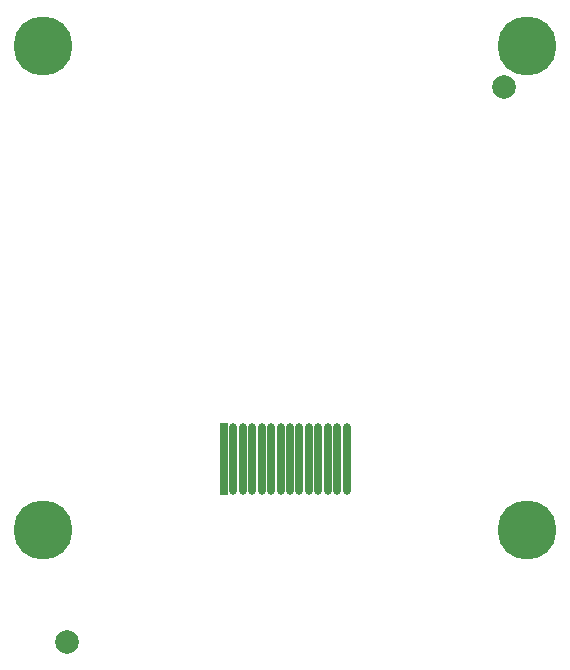
<source format=gts>
%TF.GenerationSoftware,KiCad,Pcbnew,5.1.6-c6e7f7d~87~ubuntu20.04.1*%
%TF.CreationDate,2020-09-20T16:54:06+03:00*%
%TF.ProjectId,lcd_board,6c63645f-626f-4617-9264-2e6b69636164,rev?*%
%TF.SameCoordinates,Original*%
%TF.FileFunction,Soldermask,Top*%
%TF.FilePolarity,Negative*%
%FSLAX46Y46*%
G04 Gerber Fmt 4.6, Leading zero omitted, Abs format (unit mm)*
G04 Created by KiCad (PCBNEW 5.1.6-c6e7f7d~87~ubuntu20.04.1) date 2020-09-20 16:54:06*
%MOMM*%
%LPD*%
G01*
G04 APERTURE LIST*
%ADD10C,5.000000*%
%ADD11C,2.000000*%
%ADD12O,0.700000X6.100000*%
%ADD13R,0.700000X6.100000*%
G04 APERTURE END LIST*
D10*
%TO.C,H2*%
X176000000Y-75000000D03*
%TD*%
%TO.C,H1*%
X135000000Y-75000000D03*
%TD*%
D11*
%TO.C,LCD1*%
X137000000Y-125500000D03*
D12*
X160700000Y-110000000D03*
X159900000Y-110000000D03*
X159100000Y-110000000D03*
X158300000Y-110000000D03*
X157500000Y-110000000D03*
X156700000Y-110000000D03*
X155900000Y-110000000D03*
X155100000Y-110000000D03*
X154300000Y-110000000D03*
X153500000Y-110000000D03*
X152700000Y-110000000D03*
X151900000Y-110000000D03*
X151100000Y-110000000D03*
D13*
X150300000Y-110000000D03*
D11*
X174000000Y-78500000D03*
%TD*%
D10*
%TO.C,H3*%
X176000000Y-116000000D03*
%TD*%
%TO.C,H4*%
X135000000Y-116000000D03*
%TD*%
M02*

</source>
